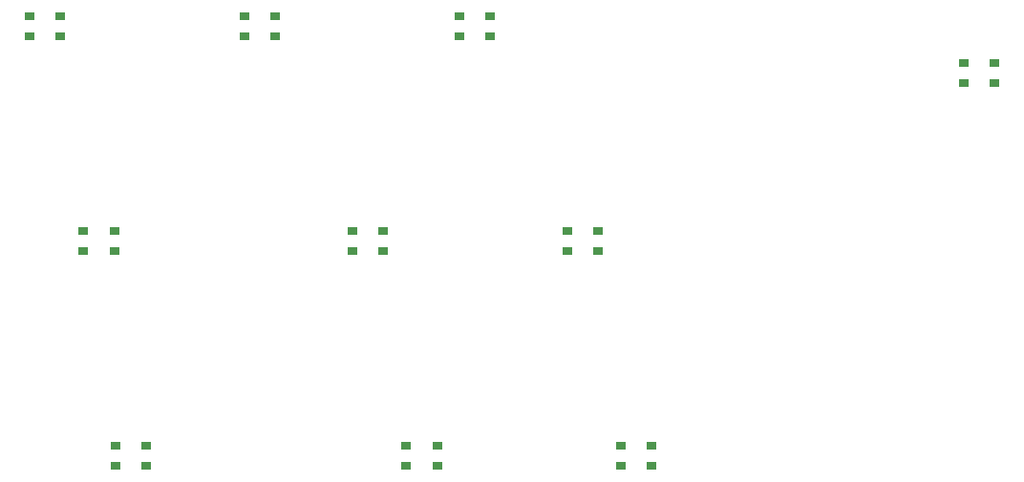
<source format=gbr>
%TF.GenerationSoftware,KiCad,Pcbnew,(5.1.5)-3*%
%TF.CreationDate,2021-02-26T11:52:20+01:00*%
%TF.ProjectId,poly_kb,706f6c79-5f6b-4622-9e6b-696361645f70,rev?*%
%TF.SameCoordinates,Original*%
%TF.FileFunction,Paste,Top*%
%TF.FilePolarity,Positive*%
%FSLAX46Y46*%
G04 Gerber Fmt 4.6, Leading zero omitted, Abs format (unit mm)*
G04 Created by KiCad (PCBNEW (5.1.5)-3) date 2021-02-26 11:52:20*
%MOMM*%
%LPD*%
G04 APERTURE LIST*
%ADD10R,0.950000X0.800000*%
G04 APERTURE END LIST*
D10*
%TO.C,LED_7*%
X56585000Y-104629200D03*
X53855000Y-104629200D03*
X56585000Y-106409200D03*
X53855000Y-106409200D03*
%TD*%
%TO.C,LED_9*%
X101345000Y-104629200D03*
X98615000Y-104629200D03*
X101345000Y-106409200D03*
X98615000Y-106409200D03*
%TD*%
%TO.C,LED_8*%
X82345000Y-104629200D03*
X79615000Y-104629200D03*
X82345000Y-106409200D03*
X79615000Y-106409200D03*
%TD*%
%TO.C,LED_0*%
X131763000Y-70627000D03*
X129033000Y-70627000D03*
X131763000Y-72407000D03*
X129033000Y-72407000D03*
%TD*%
%TO.C,LED_1*%
X48970000Y-66490000D03*
X46240000Y-66490000D03*
X48970000Y-68270000D03*
X46240000Y-68270000D03*
%TD*%
%TO.C,LED_3*%
X87070000Y-66490000D03*
X84340000Y-66490000D03*
X87070000Y-68270000D03*
X84340000Y-68270000D03*
%TD*%
%TO.C,LED_2*%
X68020000Y-66490000D03*
X65290000Y-66490000D03*
X68020000Y-68270000D03*
X65290000Y-68270000D03*
%TD*%
%TO.C,LED_4*%
X53732500Y-85540000D03*
X51002500Y-85540000D03*
X53732500Y-87320000D03*
X51002500Y-87320000D03*
%TD*%
%TO.C,LED_6*%
X96595000Y-85540000D03*
X93865000Y-85540000D03*
X96595000Y-87320000D03*
X93865000Y-87320000D03*
%TD*%
%TO.C,LED_5*%
X77545000Y-85540000D03*
X74815000Y-85540000D03*
X77545000Y-87320000D03*
X74815000Y-87320000D03*
%TD*%
M02*

</source>
